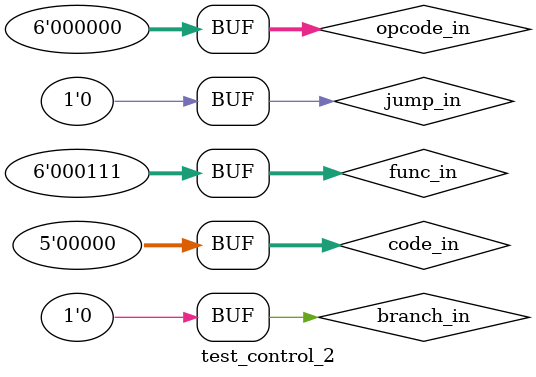
<source format=v>
`timescale 1ns/1ps

module test_control_2();
	reg [5:0] opcode_in;
	reg [5:0] func_in;
	reg [4:0] code_in;
	reg jump_in;
	reg branch_in;
	wire pc_enable_out;
	wire [1:0] instr_mux_select_out;
	wire regfile_we_out;
	wire alu_mux_select_out;
	wire [5:0] alu_func_out;
	wire data_mem_re_out;
	wire data_mem_we_out;
	wire data_mem_mux_select_out;
	wire [1:0] data_mem_size_out;
	wire jmp_brn_mux_select_out;
	wire shift_mux_select_out;
	wire jmp_immreg_mux_select_out;
	wire brn_mux_select_out;
	wire jmp_mux_select_out;
	wire lui_mux_select;
	wire wrdata_mux_select;
	wire signed_out;
	
	//Opcode constants
	parameter op_arith =	6'b000000;
	parameter op_lw =		6'b100011;
	parameter op_sw = 	6'b101011;
	parameter op_addi = 	6'b001000;
	parameter op_addui = 6'b001001;
	parameter op_andi = 	6'b001100;
	parameter op_ori = 	6'b001101;
	parameter op_xori = 	6'b001110;
	parameter op_lui = 	6'b001111;
	parameter op_slti = 	6'b001010;
	parameter op_sltiu = 6'b001011;
	parameter op_beq = 	6'b000100;
	parameter op_bne = 	6'b000101;
	parameter op_bltz = 	6'b000001; //same opcode for bgez 
	parameter op_blez = 	6'b000110;
	parameter op_bgtz = 	6'b000111;
	parameter op_j = 		6'b000010;
	parameter op_jal = 	6'b000011;
	parameter op_jar = 	6'b000011;
	parameter op_lb = 	6'b100000;
	parameter op_lh = 	6'b100001;
	parameter op_sb = 	6'b101000;
	parameter op_sh = 	6'b101001;
	parameter op_lbu = 	6'b100100;
	parameter op_lhu = 	6'b100101;

	//Func constants
	parameter func_and =		6'b100100;
	parameter func_or =		6'b100101;
	parameter func_nor =		6'b100111;
	parameter func_xor =		6'b100110;
	parameter func_add =		6'b100000;
	parameter func_addu =	6'b100001;
	parameter func_sub=		6'b100010;
	parameter func_subu =	6'b100011;
	parameter func_slt=		6'b101000; 		
	parameter func_sltu=		6'b101001;		
	parameter func_sll=		6'b000000;
	parameter func_srl =		6'b000010;
	parameter func_sra =		6'b000011;
	parameter func_sllv =	6'b000100;
	parameter func_srlv =	6'b000110;
	parameter func_srav =	6'b000111;
	parameter func_jr =		6'b001000;		
	parameter func_jalr =	6'b001001;
	parameter func_bltz =	6'b111000;
	parameter func_bgez =	6'b111001;
	parameter func_beq =		6'b111100;
	parameter func_bne =		6'b111101;
	parameter func_blez =	6'b111110;
	parameter func_bgtz =	6'b111111;
	
	// Codes for branches
	parameter code_bltz = 	5'b00000;
	parameter code_blez = 	5'b00000;
	parameter code_bgtz = 	5'b00000;
	parameter code_bgez = 	5'b00001;


	control dut(.opcode_in(opcode_in),
					.func_in(func_in), 
					.code_in(code_in), 
					.jump_in(jump_in),
					.branch_in(branch_in),
					.pc_enable_out(pc_enable_out), 
					.instr_mux_select_out(instr_mux_select_out),
					.regfile_we_out(regfile_we_out), 
					.alu_mux_select_out(alu_mux_select_out), 
					.alu_func_out(alu_func_out), 
					.data_mem_re_out(data_mem_re_out),
					.data_mem_we_out(data_mem_we_out), 
					.data_mem_mux_select_out(data_mem_mux_select_out), 
					.data_mem_size_out(data_mem_size_out),
					.jmp_brn_mux_select_out(jmp_brn_mux_select_out),
					.shift_mux_select_out(shift_mux_select_out),
					.jmp_immreg_mux_select_out(jmp_immreg_mux_select_out),
					.brn_mux_select_out(brn_mux_select_out),
					.jmp_mux_select_out(jmp_mux_select_out),
					.lui_mux_select(lui_mux_select),
					.wrdata_mux_select(wrdata_mux_select),
					.signed_out(signed_out)
					);
	
	initial
		begin
			jump_in = 0;
			branch_in = 0;
			code_in = 0;
			opcode_in = op_arith;
			func_in = func_add;
			#10
			opcode_in = op_arith;
			func_in = func_sub;
			#10
			opcode_in = op_arith;
			func_in = func_and;
			#10
			opcode_in = op_arith;
			func_in = func_or;
			#10
			opcode_in = op_arith;
			func_in = func_nor;
			#10
			opcode_in = op_arith;
			func_in = func_xor;
			#10
			opcode_in = op_arith;
			func_in = func_addu;
			#10
			opcode_in = op_addui;
			#10
			opcode_in = op_arith;
			func_in = func_subu;
			#10
			opcode_in = op_addi;
			func_in = func_add;
			#10
			opcode_in = op_andi;
			#10
			opcode_in = op_ori;
			#10
			opcode_in = op_xori;
			#10
			opcode_in = op_lui;
			#10
			opcode_in = op_arith;
			func_in = func_slt;
			#10
			opcode_in = op_arith;
			func_in = func_sltu;
			#10
			opcode_in = op_slti;
			#10
			opcode_in = op_sltiu;
			#30
			
			
			//Loads
			
			opcode_in = op_lw;
			func_in = func_add;
			#10
			opcode_in = op_lb;
			#10
			opcode_in = op_lh;
			#10
			opcode_in = op_lbu;
			#10
			opcode_in = op_lhu;
			#10
			
			
			//Stores
			opcode_in = op_sw;
			func_in = func_add;
			#10
			opcode_in = op_sb;
			#10
			opcode_in = op_sh;
			#10
			//Branch Opcodes
			opcode_in = op_beq;
			func_in = func_beq;
			#10
			opcode_in = op_bne;
			func_in = func_bne;
			#10
			opcode_in = op_bltz;
			func_in = func_bltz;
			code_in = code_bltz;
			#10
			opcode_in = op_bltz;
			func_in = func_bgez;
			code_in = code_bgez;
			#10
			opcode_in = op_blez;
			func_in = func_blez;
			code_in = code_blez;
			#10
			opcode_in = op_bgtz;
			func_in = func_bgtz;
			code_in = code_bgtz;
			#30
			
			//Jump Instructions
			opcode_in = op_j;
			#10
			opcode_in = op_arith;
			func_in = func_jr;
			#10
			opcode_in = op_jal;
			#10
			opcode_in = op_jal;
			#10
			opcode_in = op_arith;
			func_in = func_jalr;
			#30
			
			// Shift Instructions
			opcode_in = op_arith;
			func_in = func_sll;
			#10
			opcode_in = op_arith;
			func_in = func_srl;
			#10
			opcode_in = op_arith;
			func_in = func_sra;
			#10
			opcode_in = op_arith;
			func_in = func_sllv;
			#10
			opcode_in = op_arith;
			func_in = func_srlv;
			#10
			opcode_in = op_arith;
			func_in = func_srav;
		end
endmodule
</source>
